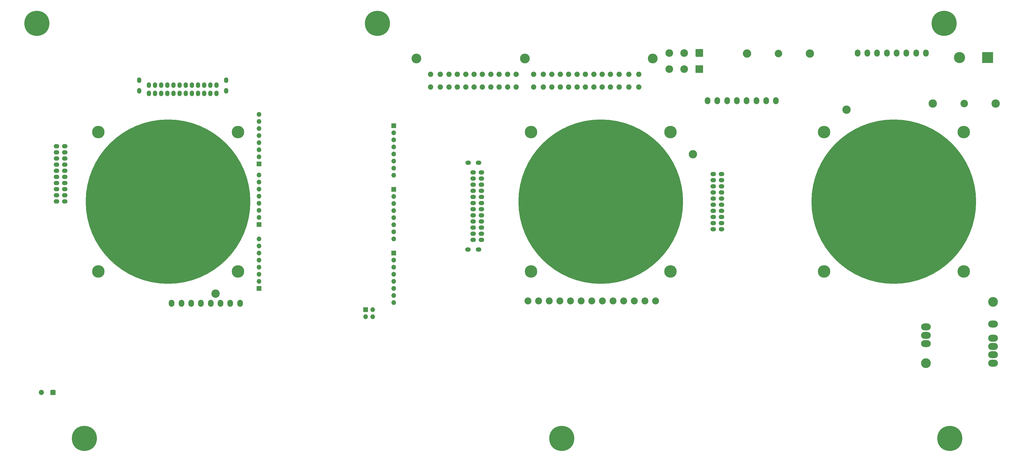
<source format=gbs>
%TF.GenerationSoftware,KiCad,Pcbnew,(5.1.9-0-10_14)*%
%TF.CreationDate,2021-04-10T00:10:23-04:00*%
%TF.ProjectId,LiBCM,4c694243-4d2e-46b6-9963-61645f706362,A*%
%TF.SameCoordinates,Original*%
%TF.FileFunction,Soldermask,Bot*%
%TF.FilePolarity,Negative*%
%FSLAX46Y46*%
G04 Gerber Fmt 4.6, Leading zero omitted, Abs format (unit mm)*
G04 Created by KiCad (PCBNEW (5.1.9-0-10_14)) date 2021-04-10 00:10:23*
%MOMM*%
%LPD*%
G01*
G04 APERTURE LIST*
%ADD10C,9.000000*%
%ADD11O,1.700000X1.700000*%
%ADD12R,1.700000X1.700000*%
%ADD13C,2.750000*%
%ADD14C,4.000000*%
%ADD15R,4.000000X4.000000*%
%ADD16C,3.000000*%
%ADD17C,4.500000*%
%ADD18C,59.000000*%
%ADD19O,3.500000X2.500000*%
%ADD20C,3.500000*%
%ADD21O,2.000000X1.500000*%
%ADD22O,1.500000X2.000000*%
%ADD23C,2.700000*%
%ADD24O,2.000000X2.500000*%
%ADD25C,1.900000*%
%ADD26C,1.850000*%
%ADD27C,2.500000*%
G04 APERTURE END LIST*
D10*
%TO.C,H1*%
X220750000Y-190000000D03*
%TD*%
%TO.C,H2*%
X49750000Y-190000000D03*
%TD*%
%TO.C,H4*%
X32750000Y-41000000D03*
%TD*%
%TO.C,H5*%
X154750000Y-41000000D03*
%TD*%
%TO.C,H6*%
X357750000Y-41000000D03*
%TD*%
%TO.C,H7*%
X359750000Y-190000000D03*
%TD*%
D11*
%TO.C,J1*%
X160600000Y-95480000D03*
X160600000Y-92940000D03*
X160600000Y-90400000D03*
X160600000Y-87860000D03*
X160600000Y-85320000D03*
X160600000Y-82780000D03*
X160600000Y-80240000D03*
D12*
X160600000Y-77700000D03*
%TD*%
D11*
%TO.C,J2*%
X160600000Y-118330000D03*
X160600000Y-115790000D03*
X160600000Y-113250000D03*
X160600000Y-110710000D03*
X160600000Y-108170000D03*
X160600000Y-105630000D03*
X160600000Y-103090000D03*
D12*
X160600000Y-100550000D03*
%TD*%
D11*
%TO.C,J3*%
X160600000Y-141180000D03*
X160600000Y-138640000D03*
X160600000Y-136100000D03*
X160600000Y-133560000D03*
X160600000Y-131020000D03*
X160600000Y-128480000D03*
X160600000Y-125940000D03*
D12*
X160600000Y-123400000D03*
%TD*%
D11*
%TO.C,J4*%
X153000000Y-146265000D03*
X153000000Y-143725000D03*
X150460000Y-146265000D03*
D12*
X150460000Y-143725000D03*
%TD*%
D11*
%TO.C,J5*%
X112342000Y-73664000D03*
X112342000Y-76204000D03*
X112342000Y-78744000D03*
X112342000Y-81284000D03*
X112342000Y-83824000D03*
X112342000Y-86364000D03*
X112342000Y-88904000D03*
D12*
X112342000Y-91444000D03*
%TD*%
D11*
%TO.C,J6*%
X112350000Y-95450000D03*
X112350000Y-97990000D03*
X112350000Y-100530000D03*
X112350000Y-103070000D03*
X112350000Y-105610000D03*
X112350000Y-108150000D03*
X112350000Y-110690000D03*
D12*
X112350000Y-113230000D03*
%TD*%
D11*
%TO.C,J7*%
X112350000Y-118350000D03*
X112350000Y-120890000D03*
X112350000Y-123430000D03*
X112350000Y-125970000D03*
X112350000Y-128510000D03*
X112350000Y-131050000D03*
X112350000Y-133590000D03*
D12*
X112350000Y-136130000D03*
%TD*%
D13*
%TO.C,J10*%
X259250000Y-51600000D03*
X264650000Y-51600000D03*
G36*
G01*
X271425000Y-50474998D02*
X271425000Y-52725002D01*
G75*
G02*
X271175002Y-52975000I-249998J0D01*
G01*
X268924998Y-52975000D01*
G75*
G02*
X268675000Y-52725002I0J249998D01*
G01*
X268675000Y-50474998D01*
G75*
G02*
X268924998Y-50225000I249998J0D01*
G01*
X271175002Y-50225000D01*
G75*
G02*
X271425000Y-50474998I0J-249998D01*
G01*
G37*
%TD*%
%TO.C,P2*%
X259250000Y-57400000D03*
X264650000Y-57400000D03*
G36*
G01*
X271425000Y-56274998D02*
X271425000Y-58525002D01*
G75*
G02*
X271175002Y-58775000I-249998J0D01*
G01*
X268924998Y-58775000D01*
G75*
G02*
X268675000Y-58525002I0J249998D01*
G01*
X268675000Y-56274998D01*
G75*
G02*
X268924998Y-56025000I249998J0D01*
G01*
X271175002Y-56025000D01*
G75*
G02*
X271425000Y-56274998I0J-249998D01*
G01*
G37*
%TD*%
D14*
%TO.C,C30*%
X363300000Y-53225000D03*
D15*
X373300000Y-53225000D03*
%TD*%
D16*
%TO.C,M1*%
X96750000Y-138000000D03*
D17*
X104750000Y-130000000D03*
X54750000Y-130000000D03*
X54750000Y-80000000D03*
X104750000Y-80000000D03*
D18*
X79750000Y-105000000D03*
%TD*%
D16*
%TO.C,M2*%
X267750000Y-88000000D03*
D17*
X259750000Y-80000000D03*
X259750000Y-130000000D03*
X209750000Y-130000000D03*
X209750000Y-80000000D03*
D18*
X234750000Y-105000000D03*
%TD*%
D16*
%TO.C,M3*%
X322750000Y-72000000D03*
D17*
X314750000Y-80000000D03*
X364750000Y-80000000D03*
X364750000Y-130000000D03*
X314750000Y-130000000D03*
D18*
X339750000Y-105000000D03*
%TD*%
D19*
%TO.C,U8*%
X351250000Y-149960000D03*
X351250000Y-155960000D03*
D20*
X351250000Y-162960000D03*
X375250000Y-140960000D03*
D19*
X375250000Y-148960000D03*
X375250000Y-153960000D03*
X375250000Y-156960000D03*
X375250000Y-159960000D03*
X375250000Y-162960000D03*
X351250000Y-152960000D03*
%TD*%
D21*
%TO.C,P3*%
X39750000Y-85100000D03*
X42750000Y-85100000D03*
X39750000Y-87300000D03*
X42750000Y-87300000D03*
X39750000Y-89500000D03*
X42750000Y-89500000D03*
X39750000Y-91700000D03*
X42750000Y-91700000D03*
X39750000Y-93900000D03*
X42750000Y-93900000D03*
X39750000Y-96100000D03*
X42750000Y-96100000D03*
X39750000Y-98300000D03*
X42750000Y-98300000D03*
X39750000Y-100500000D03*
X42750000Y-100500000D03*
X39750000Y-102700000D03*
X42750000Y-102700000D03*
X39750000Y-104900000D03*
X42750000Y-104900000D03*
%TD*%
%TO.C,P6*%
X275000000Y-95100000D03*
X278000000Y-95100000D03*
X275000000Y-97300000D03*
X278000000Y-97300000D03*
X275000000Y-99500000D03*
X278000000Y-99500000D03*
X275000000Y-101700000D03*
X278000000Y-101700000D03*
X275000000Y-103900000D03*
X278000000Y-103900000D03*
X275000000Y-106100000D03*
X278000000Y-106100000D03*
X275000000Y-108300000D03*
X278000000Y-108300000D03*
X275000000Y-110500000D03*
X278000000Y-110500000D03*
X275000000Y-112700000D03*
X278000000Y-112700000D03*
X275000000Y-114900000D03*
X278000000Y-114900000D03*
%TD*%
D22*
%TO.C,P4*%
X100550000Y-65150000D03*
X100550000Y-61350000D03*
X97050000Y-63150000D03*
X97050000Y-66150000D03*
X94850000Y-63150000D03*
X94850000Y-66150000D03*
X92650000Y-63150000D03*
X92650000Y-66150000D03*
X90450000Y-63150000D03*
X90450000Y-66150000D03*
X88250000Y-63150000D03*
X88250000Y-66150000D03*
X86050000Y-63150000D03*
X86050000Y-66150000D03*
X83850000Y-63150000D03*
X83850000Y-66150000D03*
X81650000Y-63150000D03*
X81650000Y-66150000D03*
X79450000Y-63150000D03*
X79450000Y-66150000D03*
X77250000Y-63150000D03*
X77250000Y-66150000D03*
X75050000Y-63150000D03*
X75050000Y-66150000D03*
X72850000Y-63150000D03*
X72850000Y-66150000D03*
X69350000Y-61340000D03*
X69350000Y-65150000D03*
%TD*%
D21*
%TO.C,P5*%
X191000000Y-91000000D03*
X187200000Y-91000000D03*
X189000000Y-94500000D03*
X192000000Y-94500000D03*
X189000000Y-96700000D03*
X192000000Y-96700000D03*
X189000000Y-98900000D03*
X192000000Y-98900000D03*
X189000000Y-101100000D03*
X192000000Y-101100000D03*
X189000000Y-103300000D03*
X192000000Y-103300000D03*
X189000000Y-105500000D03*
X192000000Y-105500000D03*
X189000000Y-107700000D03*
X192000000Y-107700000D03*
X189000000Y-109900000D03*
X192000000Y-109900000D03*
X189000000Y-112100000D03*
X192000000Y-112100000D03*
X189000000Y-114300000D03*
X192000000Y-114300000D03*
X189000000Y-116500000D03*
X192000000Y-116500000D03*
X189000000Y-118700000D03*
X192000000Y-118700000D03*
X187190000Y-122200000D03*
X191000000Y-122200000D03*
%TD*%
D23*
%TO.C,F1*%
X298400000Y-51800000D03*
D16*
X309650000Y-51800000D03*
X287150000Y-51800000D03*
%TD*%
D23*
%TO.C,F2*%
X364925000Y-69725000D03*
D16*
X376175000Y-69725000D03*
X353675000Y-69725000D03*
%TD*%
D24*
%TO.C,J8*%
X81000000Y-141500000D03*
X84500000Y-141500000D03*
X88000000Y-141500000D03*
X91500000Y-141500000D03*
X95000000Y-141500000D03*
X98500000Y-141500000D03*
X102000000Y-141500000D03*
X105500000Y-141500000D03*
%TD*%
%TO.C,J9*%
X297500000Y-68700000D03*
X294000000Y-68700000D03*
X290500000Y-68700000D03*
X287000000Y-68700000D03*
X283500000Y-68700000D03*
X280000000Y-68700000D03*
X276500000Y-68700000D03*
X273000000Y-68700000D03*
%TD*%
%TO.C,J11*%
X351250000Y-51650000D03*
X347750000Y-51650000D03*
X344250000Y-51650000D03*
X340750000Y-51650000D03*
X337250000Y-51650000D03*
X333750000Y-51650000D03*
X330250000Y-51650000D03*
X326750000Y-51650000D03*
%TD*%
D20*
%TO.C,P1*%
X253400000Y-53600000D03*
X207550000Y-53600000D03*
X168700000Y-53600000D03*
D25*
X248350000Y-63800000D03*
X248350000Y-59300000D03*
X244850000Y-63800000D03*
X244850000Y-59300000D03*
X241350000Y-63800000D03*
X241350000Y-59300000D03*
X238250000Y-63800000D03*
X238250000Y-59300000D03*
X235250000Y-63800000D03*
X235250000Y-59300000D03*
X232250000Y-63800000D03*
X232250000Y-59300000D03*
X229250000Y-63800000D03*
X229250000Y-59300000D03*
X226250000Y-63800000D03*
X226250000Y-59300000D03*
X223250000Y-63800000D03*
X223250000Y-59300000D03*
X220250000Y-63800000D03*
X220250000Y-59300000D03*
X217250000Y-63800000D03*
X217250000Y-59300000D03*
X214150000Y-63800000D03*
X214150000Y-59300000D03*
X210650000Y-63800000D03*
X210650000Y-59300000D03*
X204450000Y-63800000D03*
X204450000Y-59300000D03*
X201350000Y-63800000D03*
X201350000Y-59300000D03*
X198350000Y-63800000D03*
X198350000Y-59300000D03*
X195350000Y-63800000D03*
X195350000Y-59300000D03*
X192350000Y-63800000D03*
X192350000Y-59300000D03*
X189350000Y-63800000D03*
X189350000Y-59300000D03*
X186350000Y-63800000D03*
X186350000Y-59300000D03*
X183350000Y-63800000D03*
X183350000Y-59300000D03*
X180350000Y-63800000D03*
X180350000Y-59300000D03*
X177250000Y-63800000D03*
X177250000Y-59300000D03*
X173750000Y-63800000D03*
X173750000Y-59300000D03*
%TD*%
%TO.C,J12*%
G36*
G01*
X39425000Y-172824999D02*
X39425000Y-174175001D01*
G75*
G02*
X39175001Y-174425000I-249999J0D01*
G01*
X37824999Y-174425000D01*
G75*
G02*
X37575000Y-174175001I0J249999D01*
G01*
X37575000Y-172824999D01*
G75*
G02*
X37824999Y-172575000I249999J0D01*
G01*
X39175001Y-172575000D01*
G75*
G02*
X39425000Y-172824999I0J-249999D01*
G01*
G37*
D26*
X34300000Y-173500000D03*
%TD*%
D27*
%TO.C,J13*%
X208650000Y-140600000D03*
X212460000Y-140600000D03*
X216270000Y-140600000D03*
X220080000Y-140600000D03*
X223890000Y-140600000D03*
X227700000Y-140600000D03*
X231510000Y-140600000D03*
X235320000Y-140600000D03*
X239130000Y-140600000D03*
X242940000Y-140600000D03*
X246750000Y-140600000D03*
X250560000Y-140600000D03*
X254370000Y-140600000D03*
%TD*%
M02*

</source>
